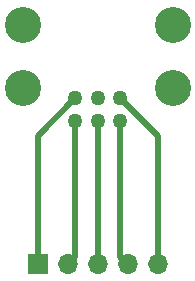
<source format=gbr>
%TF.GenerationSoftware,KiCad,Pcbnew,9.0.0*%
%TF.CreationDate,2025-10-27T19:43:47+01:00*%
%TF.ProjectId,wii_breakout_mount,7769695f-6272-4656-916b-6f75745f6d6f,rev?*%
%TF.SameCoordinates,Original*%
%TF.FileFunction,Copper,L1,Top*%
%TF.FilePolarity,Positive*%
%FSLAX46Y46*%
G04 Gerber Fmt 4.6, Leading zero omitted, Abs format (unit mm)*
G04 Created by KiCad (PCBNEW 9.0.0) date 2025-10-27 19:43:47*
%MOMM*%
%LPD*%
G01*
G04 APERTURE LIST*
%TA.AperFunction,ComponentPad*%
%ADD10R,1.700000X1.700000*%
%TD*%
%TA.AperFunction,ComponentPad*%
%ADD11O,1.700000X1.700000*%
%TD*%
%TA.AperFunction,ComponentPad*%
%ADD12C,3.048000*%
%TD*%
%TA.AperFunction,ComponentPad*%
%ADD13C,1.270000*%
%TD*%
%TA.AperFunction,Conductor*%
%ADD14C,0.500000*%
%TD*%
G04 APERTURE END LIST*
D10*
%TO.P,REF\u002A\u002A,1*%
%TO.N,N/C*%
X113925000Y-72721600D03*
D11*
%TO.P,REF\u002A\u002A,2*%
X116465000Y-72721600D03*
%TO.P,REF\u002A\u002A,3*%
X119005000Y-72721600D03*
%TO.P,REF\u002A\u002A,4*%
X121545000Y-72721600D03*
%TO.P,REF\u002A\u002A,5*%
X124085000Y-72721600D03*
%TD*%
D12*
%TO.P,P1,*%
%TO.N,*%
X112650000Y-52460000D03*
X112650000Y-57794000D03*
X125350000Y-52460000D03*
X125350000Y-57794000D03*
D13*
%TO.P,P1,1*%
%TO.N,N/C*%
X120905000Y-60588000D03*
%TO.P,P1,2*%
X120905000Y-58683000D03*
%TO.P,P1,3*%
X119000000Y-60588000D03*
%TO.P,P1,4*%
X119000000Y-58683000D03*
%TO.P,P1,5*%
X117095000Y-60588000D03*
%TO.P,P1,6*%
X117095000Y-58683000D03*
%TD*%
D14*
%TO.N,*%
X117095000Y-60588000D02*
X117095000Y-72091600D01*
X119000000Y-72716600D02*
X119005000Y-72721600D01*
X113925000Y-61853000D02*
X113925000Y-72721600D01*
X120905000Y-60588000D02*
X120905000Y-72081600D01*
X120905000Y-72081600D02*
X121545000Y-72721600D01*
X120905000Y-58683000D02*
X124085000Y-61863000D01*
X119000000Y-60588000D02*
X119000000Y-72716600D01*
X117095000Y-72091600D02*
X116465000Y-72721600D01*
X117095000Y-58683000D02*
X113925000Y-61853000D01*
X124085000Y-61863000D02*
X124085000Y-72721600D01*
%TD*%
M02*

</source>
